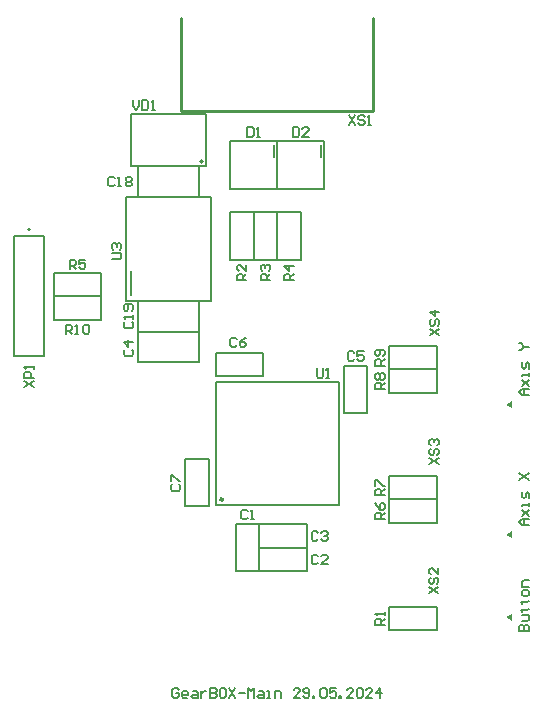
<source format=gto>
G04*
G04 #@! TF.GenerationSoftware,Altium Limited,Altium Designer,22.3.1 (43)*
G04*
G04 Layer_Color=16776960*
%FSLAX42Y42*%
%MOMM*%
G71*
G04*
G04 #@! TF.SameCoordinates,4198B530-315D-40FA-A6EC-FFF3DE07C210*
G04*
G04*
G04 #@! TF.FilePolarity,Positive*
G04*
G01*
G75*
%ADD10C,0.25*%
%ADD11C,0.20*%
%ADD12C,0.25*%
G36*
X4240Y1140D02*
X4290Y1110D01*
Y1170D01*
X4240Y1140D01*
D02*
G37*
G36*
Y1840D02*
X4290Y1810D01*
Y1870D01*
X4240Y1840D01*
D02*
G37*
G36*
Y2940D02*
X4290Y2910D01*
Y2970D01*
X4240Y2940D01*
D02*
G37*
D10*
X1842Y2140D02*
G03*
X1842Y2140I-12J0D01*
G01*
D11*
X210Y4423D02*
G03*
X210Y4423I-10J0D01*
G01*
X1670Y5000D02*
G03*
X1670Y5000I-10J0D01*
G01*
X410Y3660D02*
Y3860D01*
X810Y3660D02*
Y3860D01*
X410D02*
X810D01*
X410Y3660D02*
X810D01*
X410Y3860D02*
Y4060D01*
X810Y3860D02*
Y4060D01*
X410D02*
X810D01*
X410Y3860D02*
X810D01*
X3250Y1940D02*
Y2140D01*
X3650Y1940D02*
Y2140D01*
X3250D02*
X3650D01*
X3250Y1940D02*
X3650D01*
X3250Y2140D02*
Y2340D01*
X3650Y2140D02*
Y2340D01*
X3250D02*
X3650D01*
X3250Y2140D02*
X3650D01*
X3250Y3040D02*
Y3240D01*
X3650Y3040D02*
Y3240D01*
X3250D02*
X3650D01*
X3250Y3040D02*
X3650D01*
X3250Y3240D02*
Y3440D01*
X3650Y3240D02*
Y3440D01*
X3250D02*
X3650D01*
X3250Y3240D02*
X3650D01*
X2180Y3180D02*
Y3380D01*
X1780Y3180D02*
Y3380D01*
Y3180D02*
X2180D01*
X1780Y3380D02*
X2180D01*
X2820Y2090D02*
Y3130D01*
X1780D02*
X2820D01*
X1780Y2090D02*
X2820D01*
X1780D02*
Y3130D01*
X3250Y1030D02*
Y1230D01*
X3650Y1030D02*
Y1230D01*
X3250D02*
X3650D01*
X3250Y1030D02*
X3650D01*
X1520Y2480D02*
X1720D01*
X1520Y2080D02*
X1720D01*
Y2480D01*
X1520Y2080D02*
Y2480D01*
X1950Y1530D02*
X2150D01*
X1950Y1930D02*
X2150D01*
X1950Y1530D02*
Y1930D01*
X2150Y1530D02*
Y1930D01*
Y1531D02*
Y1731D01*
X2550Y1531D02*
Y1731D01*
X2150D02*
X2550D01*
X2150Y1531D02*
X2550D01*
X2150Y1731D02*
Y1931D01*
X2550Y1731D02*
Y1931D01*
X2150D02*
X2550D01*
X2150Y1731D02*
X2550D01*
X2865Y2872D02*
X3065D01*
X2865Y3272D02*
X3065D01*
X2865Y2872D02*
Y3272D01*
X3065Y2872D02*
Y3272D01*
X73Y4371D02*
X327D01*
X73Y3355D02*
X327D01*
Y4371D01*
X73Y3355D02*
Y4371D01*
X1120Y3560D02*
Y3820D01*
X1640Y3560D02*
Y3820D01*
X1120D02*
X1640D01*
X1120Y3560D02*
X1640D01*
X1120Y3300D02*
Y3560D01*
X1640Y3300D02*
Y3560D01*
X1120D02*
X1640D01*
X1120Y3300D02*
X1640D01*
X1120Y4700D02*
Y4960D01*
X1640Y4700D02*
Y4960D01*
X1120D02*
X1640D01*
X1120Y4700D02*
X1640D01*
X1060Y3870D02*
Y4070D01*
X1740Y3820D02*
Y4700D01*
X1020Y3820D02*
Y4700D01*
X1740D01*
X1020Y3820D02*
X1740D01*
X1700Y4960D02*
Y5400D01*
X1060Y4960D02*
Y5400D01*
Y4960D02*
X1700D01*
X1060Y5400D02*
X1700D01*
X2300Y4570D02*
X2500D01*
X2300Y4170D02*
X2500D01*
Y4570D01*
X2300Y4170D02*
Y4570D01*
X2100D02*
X2300D01*
X2100Y4170D02*
X2300D01*
Y4570D01*
X2100Y4170D02*
Y4570D01*
X1900D02*
X2100D01*
X1900Y4170D02*
X2100D01*
Y4570D01*
X1900Y4170D02*
Y4570D01*
X2270Y5040D02*
Y5140D01*
X1900Y5170D02*
X2300D01*
X1900Y4770D02*
X2300D01*
Y5170D01*
X1900Y4770D02*
Y5170D01*
X2670Y5040D02*
Y5140D01*
X2300Y5170D02*
X2700D01*
X2300Y4770D02*
X2700D01*
Y5170D01*
X2300Y4770D02*
Y5170D01*
X510Y3540D02*
Y3620D01*
X550D01*
X563Y3607D01*
Y3580D01*
X550Y3567D01*
X510D01*
X537D02*
X563Y3540D01*
X590D02*
X617D01*
X603D01*
Y3620D01*
X590Y3607D01*
X657D02*
X670Y3620D01*
X697D01*
X710Y3607D01*
Y3553D01*
X697Y3540D01*
X670D01*
X657Y3553D01*
Y3607D01*
X543Y4090D02*
Y4170D01*
X583D01*
X597Y4157D01*
Y4130D01*
X583Y4117D01*
X543D01*
X570D02*
X597Y4090D01*
X677Y4170D02*
X623D01*
Y4130D01*
X650Y4143D01*
X663D01*
X677Y4130D01*
Y4103D01*
X663Y4090D01*
X637D01*
X623Y4103D01*
X3210Y1973D02*
X3130D01*
Y2013D01*
X3143Y2027D01*
X3170D01*
X3183Y2013D01*
Y1973D01*
Y2000D02*
X3210Y2027D01*
X3130Y2107D02*
X3143Y2080D01*
X3170Y2053D01*
X3197D01*
X3210Y2067D01*
Y2093D01*
X3197Y2107D01*
X3183D01*
X3170Y2093D01*
Y2053D01*
X3210Y2173D02*
X3130D01*
Y2213D01*
X3143Y2227D01*
X3170D01*
X3183Y2213D01*
Y2173D01*
Y2200D02*
X3210Y2227D01*
X3130Y2253D02*
Y2307D01*
X3143D01*
X3197Y2253D01*
X3210D01*
X3210Y3073D02*
X3130D01*
Y3113D01*
X3143Y3127D01*
X3170D01*
X3183Y3113D01*
Y3073D01*
Y3100D02*
X3210Y3127D01*
X3143Y3153D02*
X3130Y3167D01*
Y3193D01*
X3143Y3207D01*
X3157D01*
X3170Y3193D01*
X3183Y3207D01*
X3197D01*
X3210Y3193D01*
Y3167D01*
X3197Y3153D01*
X3183D01*
X3170Y3167D01*
X3157Y3153D01*
X3143D01*
X3170Y3167D02*
Y3193D01*
X3210Y3273D02*
X3130D01*
Y3313D01*
X3143Y3327D01*
X3170D01*
X3183Y3313D01*
Y3273D01*
Y3300D02*
X3210Y3327D01*
X3197Y3353D02*
X3210Y3367D01*
Y3393D01*
X3197Y3407D01*
X3143D01*
X3130Y3393D01*
Y3367D01*
X3143Y3353D01*
X3157D01*
X3170Y3367D01*
Y3407D01*
X4350Y1027D02*
X4430D01*
Y1067D01*
X4417Y1080D01*
X4403D01*
X4390Y1067D01*
Y1027D01*
Y1067D01*
X4377Y1080D01*
X4363D01*
X4350Y1067D01*
Y1027D01*
X4377Y1107D02*
X4417D01*
X4430Y1120D01*
Y1160D01*
X4377D01*
X4363Y1200D02*
X4377D01*
Y1187D01*
Y1213D01*
Y1200D01*
X4417D01*
X4430Y1213D01*
X4363Y1267D02*
X4377D01*
Y1253D01*
Y1280D01*
Y1267D01*
X4417D01*
X4430Y1280D01*
Y1333D02*
Y1360D01*
X4417Y1373D01*
X4390D01*
X4377Y1360D01*
Y1333D01*
X4390Y1320D01*
X4417D01*
X4430Y1333D01*
Y1400D02*
X4377D01*
Y1440D01*
X4390Y1453D01*
X4430D01*
Y3020D02*
X4377D01*
X4350Y3047D01*
X4377Y3073D01*
X4430D01*
X4390D01*
Y3020D01*
X4377Y3100D02*
X4430Y3153D01*
X4403Y3127D01*
X4377Y3153D01*
X4430Y3100D01*
Y3180D02*
Y3207D01*
Y3193D01*
X4377D01*
Y3180D01*
X4430Y3247D02*
Y3287D01*
X4417Y3300D01*
X4403Y3287D01*
Y3260D01*
X4390Y3247D01*
X4377Y3260D01*
Y3300D01*
X4350Y3407D02*
X4363D01*
X4390Y3433D01*
X4363Y3460D01*
X4350D01*
X4390Y3433D02*
X4430D01*
Y1920D02*
X4377D01*
X4350Y1947D01*
X4377Y1973D01*
X4430D01*
X4390D01*
Y1920D01*
X4377Y2000D02*
X4430Y2053D01*
X4403Y2027D01*
X4377Y2053D01*
X4430Y2000D01*
Y2080D02*
Y2107D01*
Y2093D01*
X4377D01*
Y2080D01*
X4430Y2147D02*
Y2187D01*
X4417Y2200D01*
X4403Y2187D01*
Y2160D01*
X4390Y2147D01*
X4377Y2160D01*
Y2200D01*
X4350Y2307D02*
X4430Y2360D01*
X4350D02*
X4430Y2307D01*
X3593Y3531D02*
X3673Y3584D01*
X3593D02*
X3673Y3531D01*
X3606Y3664D02*
X3593Y3650D01*
Y3624D01*
X3606Y3611D01*
X3619D01*
X3633Y3624D01*
Y3650D01*
X3646Y3664D01*
X3659D01*
X3673Y3650D01*
Y3624D01*
X3659Y3611D01*
X3673Y3730D02*
X3593D01*
X3633Y3690D01*
Y3744D01*
X3589Y2436D02*
X3669Y2489D01*
X3589D02*
X3669Y2436D01*
X3602Y2569D02*
X3589Y2556D01*
Y2529D01*
X3602Y2516D01*
X3616D01*
X3629Y2529D01*
Y2556D01*
X3642Y2569D01*
X3656D01*
X3669Y2556D01*
Y2529D01*
X3656Y2516D01*
X3602Y2596D02*
X3589Y2609D01*
Y2636D01*
X3602Y2649D01*
X3616D01*
X3629Y2636D01*
Y2622D01*
Y2636D01*
X3642Y2649D01*
X3656D01*
X3669Y2636D01*
Y2609D01*
X3656Y2596D01*
X1467Y527D02*
X1454Y540D01*
X1427D01*
X1414Y527D01*
Y473D01*
X1427Y460D01*
X1454D01*
X1467Y473D01*
Y500D01*
X1440D01*
X1534Y460D02*
X1507D01*
X1494Y473D01*
Y500D01*
X1507Y513D01*
X1534D01*
X1547Y500D01*
Y487D01*
X1494D01*
X1587Y513D02*
X1614D01*
X1627Y500D01*
Y460D01*
X1587D01*
X1574Y473D01*
X1587Y487D01*
X1627D01*
X1654Y513D02*
Y460D01*
Y487D01*
X1667Y500D01*
X1680Y513D01*
X1694D01*
X1734Y540D02*
Y460D01*
X1774D01*
X1787Y473D01*
Y487D01*
X1774Y500D01*
X1734D01*
X1774D01*
X1787Y513D01*
Y527D01*
X1774Y540D01*
X1734D01*
X1853D02*
X1827D01*
X1813Y527D01*
Y473D01*
X1827Y460D01*
X1853D01*
X1867Y473D01*
Y527D01*
X1853Y540D01*
X1893D02*
X1947Y460D01*
Y540D02*
X1893Y460D01*
X1973Y500D02*
X2027D01*
X2053Y460D02*
Y540D01*
X2080Y513D01*
X2107Y540D01*
Y460D01*
X2147Y513D02*
X2173D01*
X2187Y500D01*
Y460D01*
X2147D01*
X2133Y473D01*
X2147Y487D01*
X2187D01*
X2213Y460D02*
X2240D01*
X2227D01*
Y513D01*
X2213D01*
X2280Y460D02*
Y513D01*
X2320D01*
X2333Y500D01*
Y460D01*
X2493D02*
X2440D01*
X2493Y513D01*
Y527D01*
X2480Y540D01*
X2453D01*
X2440Y527D01*
X2520Y473D02*
X2533Y460D01*
X2560D01*
X2573Y473D01*
Y527D01*
X2560Y540D01*
X2533D01*
X2520Y527D01*
Y513D01*
X2533Y500D01*
X2573D01*
X2600Y460D02*
Y473D01*
X2613D01*
Y460D01*
X2600D01*
X2667Y527D02*
X2680Y540D01*
X2707D01*
X2720Y527D01*
Y473D01*
X2707Y460D01*
X2680D01*
X2667Y473D01*
Y527D01*
X2800Y540D02*
X2747D01*
Y500D01*
X2773Y513D01*
X2787D01*
X2800Y500D01*
Y473D01*
X2787Y460D01*
X2760D01*
X2747Y473D01*
X2826Y460D02*
Y473D01*
X2840D01*
Y460D01*
X2826D01*
X2946D02*
X2893D01*
X2946Y513D01*
Y527D01*
X2933Y540D01*
X2906D01*
X2893Y527D01*
X2973D02*
X2986Y540D01*
X3013D01*
X3026Y527D01*
Y473D01*
X3013Y460D01*
X2986D01*
X2973Y473D01*
Y527D01*
X3106Y460D02*
X3053D01*
X3106Y513D01*
Y527D01*
X3093Y540D01*
X3066D01*
X3053Y527D01*
X3173Y460D02*
Y540D01*
X3133Y500D01*
X3186D01*
X160Y3087D02*
X240Y3140D01*
X160D02*
X240Y3087D01*
Y3167D02*
X160D01*
Y3207D01*
X173Y3220D01*
X200D01*
X213Y3207D01*
Y3167D01*
X240Y3247D02*
Y3273D01*
Y3260D01*
X160D01*
X173Y3247D01*
X900Y4173D02*
X967D01*
X980Y4187D01*
Y4213D01*
X967Y4227D01*
X900D01*
X913Y4253D02*
X900Y4267D01*
Y4293D01*
X913Y4307D01*
X927D01*
X940Y4293D01*
Y4280D01*
Y4293D01*
X953Y4307D01*
X967D01*
X980Y4293D01*
Y4267D01*
X967Y4253D01*
X1013Y3643D02*
X1000Y3630D01*
Y3603D01*
X1013Y3590D01*
X1067D01*
X1080Y3603D01*
Y3630D01*
X1067Y3643D01*
X1080Y3670D02*
Y3697D01*
Y3683D01*
X1000D01*
X1013Y3670D01*
X1067Y3737D02*
X1080Y3750D01*
Y3777D01*
X1067Y3790D01*
X1013D01*
X1000Y3777D01*
Y3750D01*
X1013Y3737D01*
X1027D01*
X1040Y3750D01*
Y3790D01*
X923Y4857D02*
X910Y4870D01*
X883D01*
X870Y4857D01*
Y4803D01*
X883Y4790D01*
X910D01*
X923Y4803D01*
X950Y4790D02*
X977D01*
X963D01*
Y4870D01*
X950Y4857D01*
X1017D02*
X1030Y4870D01*
X1057D01*
X1070Y4857D01*
Y4843D01*
X1057Y4830D01*
X1070Y4817D01*
Y4803D01*
X1057Y4790D01*
X1030D01*
X1017Y4803D01*
Y4817D01*
X1030Y4830D01*
X1017Y4843D01*
Y4857D01*
X1030Y4830D02*
X1057D01*
X1413Y2267D02*
X1400Y2253D01*
Y2227D01*
X1413Y2213D01*
X1467D01*
X1480Y2227D01*
Y2253D01*
X1467Y2267D01*
X1400Y2293D02*
Y2347D01*
X1413D01*
X1467Y2293D01*
X1480D01*
X1077Y5520D02*
Y5467D01*
X1103Y5440D01*
X1130Y5467D01*
Y5520D01*
X1157D02*
Y5440D01*
X1197D01*
X1210Y5453D01*
Y5507D01*
X1197Y5520D01*
X1157D01*
X1237Y5440D02*
X1263D01*
X1250D01*
Y5520D01*
X1237Y5507D01*
X2637Y3250D02*
Y3183D01*
X2650Y3170D01*
X2677D01*
X2690Y3183D01*
Y3250D01*
X2717Y3170D02*
X2743D01*
X2730D01*
Y3250D01*
X2717Y3237D01*
X2440Y3993D02*
X2360D01*
Y4033D01*
X2373Y4047D01*
X2400D01*
X2413Y4033D01*
Y3993D01*
Y4020D02*
X2440Y4047D01*
Y4113D02*
X2360D01*
X2400Y4073D01*
Y4127D01*
X2240Y3993D02*
X2160D01*
Y4033D01*
X2173Y4047D01*
X2200D01*
X2213Y4033D01*
Y3993D01*
Y4020D02*
X2240Y4047D01*
X2173Y4073D02*
X2160Y4087D01*
Y4113D01*
X2173Y4127D01*
X2187D01*
X2200Y4113D01*
Y4100D01*
Y4113D01*
X2213Y4127D01*
X2227D01*
X2240Y4113D01*
Y4087D01*
X2227Y4073D01*
X2040Y3993D02*
X1960D01*
Y4033D01*
X1973Y4047D01*
X2000D01*
X2013Y4033D01*
Y3993D01*
Y4020D02*
X2040Y4047D01*
Y4127D02*
Y4073D01*
X1987Y4127D01*
X1973D01*
X1960Y4113D01*
Y4087D01*
X1973Y4073D01*
X3210Y1077D02*
X3130D01*
Y1117D01*
X3143Y1130D01*
X3170D01*
X3183Y1117D01*
Y1077D01*
Y1103D02*
X3210Y1130D01*
Y1157D02*
Y1183D01*
Y1170D01*
X3130D01*
X3143Y1157D01*
X2433Y5290D02*
Y5210D01*
X2473D01*
X2487Y5223D01*
Y5277D01*
X2473Y5290D01*
X2433D01*
X2567Y5210D02*
X2513D01*
X2567Y5263D01*
Y5277D01*
X2553Y5290D01*
X2527D01*
X2513Y5277D01*
X2047Y5290D02*
Y5210D01*
X2087D01*
X2100Y5223D01*
Y5277D01*
X2087Y5290D01*
X2047D01*
X2127Y5210D02*
X2153D01*
X2140D01*
Y5290D01*
X2127Y5277D01*
X1957Y3497D02*
X1943Y3510D01*
X1917D01*
X1903Y3497D01*
Y3443D01*
X1917Y3430D01*
X1943D01*
X1957Y3443D01*
X2037Y3510D02*
X2010Y3497D01*
X1983Y3470D01*
Y3443D01*
X1997Y3430D01*
X2023D01*
X2037Y3443D01*
Y3457D01*
X2023Y3470D01*
X1983D01*
X2952Y3378D02*
X2939Y3392D01*
X2912D01*
X2899Y3378D01*
Y3325D01*
X2912Y3312D01*
X2939D01*
X2952Y3325D01*
X3032Y3392D02*
X2979D01*
Y3352D01*
X3005Y3365D01*
X3019D01*
X3032Y3352D01*
Y3325D01*
X3019Y3312D01*
X2992D01*
X2979Y3325D01*
X1013Y3407D02*
X1000Y3393D01*
Y3367D01*
X1013Y3353D01*
X1067D01*
X1080Y3367D01*
Y3393D01*
X1067Y3407D01*
X1080Y3473D02*
X1000D01*
X1040Y3433D01*
Y3487D01*
X2647Y1857D02*
X2633Y1870D01*
X2607D01*
X2593Y1857D01*
Y1803D01*
X2607Y1790D01*
X2633D01*
X2647Y1803D01*
X2673Y1857D02*
X2687Y1870D01*
X2713D01*
X2727Y1857D01*
Y1843D01*
X2713Y1830D01*
X2700D01*
X2713D01*
X2727Y1817D01*
Y1803D01*
X2713Y1790D01*
X2687D01*
X2673Y1803D01*
X2647Y1657D02*
X2633Y1670D01*
X2607D01*
X2593Y1657D01*
Y1603D01*
X2607Y1590D01*
X2633D01*
X2647Y1603D01*
X2727Y1590D02*
X2673D01*
X2727Y1643D01*
Y1657D01*
X2713Y1670D01*
X2687D01*
X2673Y1657D01*
X2050Y2037D02*
X2037Y2050D01*
X2010D01*
X1997Y2037D01*
Y1983D01*
X2010Y1970D01*
X2037D01*
X2050Y1983D01*
X2077Y1970D02*
X2103D01*
X2090D01*
Y2050D01*
X2077Y2037D01*
X3586Y1344D02*
X3666Y1397D01*
X3586D02*
X3666Y1344D01*
X3599Y1477D02*
X3586Y1464D01*
Y1437D01*
X3599Y1424D01*
X3612D01*
X3626Y1437D01*
Y1464D01*
X3639Y1477D01*
X3652D01*
X3666Y1464D01*
Y1437D01*
X3652Y1424D01*
X3666Y1557D02*
Y1504D01*
X3612Y1557D01*
X3599D01*
X3586Y1544D01*
Y1517D01*
X3599Y1504D01*
X2907Y5390D02*
X2960Y5310D01*
Y5390D02*
X2907Y5310D01*
X3040Y5377D02*
X3027Y5390D01*
X3000D01*
X2987Y5377D01*
Y5363D01*
X3000Y5350D01*
X3027D01*
X3040Y5337D01*
Y5323D01*
X3027Y5310D01*
X3000D01*
X2987Y5323D01*
X3067Y5310D02*
X3093D01*
X3080D01*
Y5390D01*
X3067Y5377D01*
D12*
X1490Y5424D02*
Y6215D01*
Y5424D02*
X3110D01*
Y6215D01*
M02*

</source>
